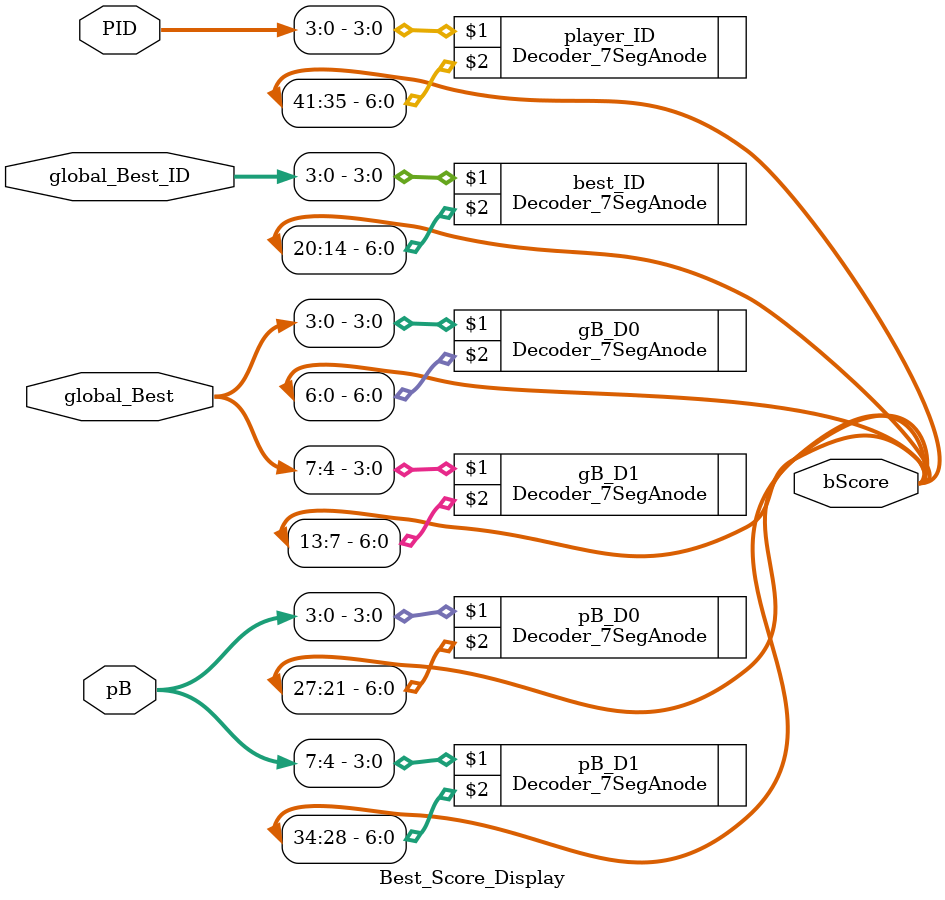
<source format=v>

module Best_Score_Display(global_Best, global_Best_ID, pB, PID, bScore);
	
	input [7:0] global_Best, pB;
	input [4:0] global_Best_ID, PID;
	
	output [41:0] bScore;
	
	//decoder instances
	Decoder_7SegAnode player_ID(PID[3:0], bScore[41:35]); //hex5
	Decoder_7SegAnode pB_D1(pB[7:4], bScore[34:28]); //hex4
	Decoder_7SegAnode pB_D0(pB[3:0], bScore[27:21]); //hex3
	Decoder_7SegAnode best_ID(global_Best_ID[3:0], bScore[20:14]); //hex2
	Decoder_7SegAnode gB_D1(global_Best[7:4], bScore[13:7]); //hex1
	Decoder_7SegAnode gB_D0(global_Best[3:0], bScore[6:0]); //hex0
endmodule
</source>
